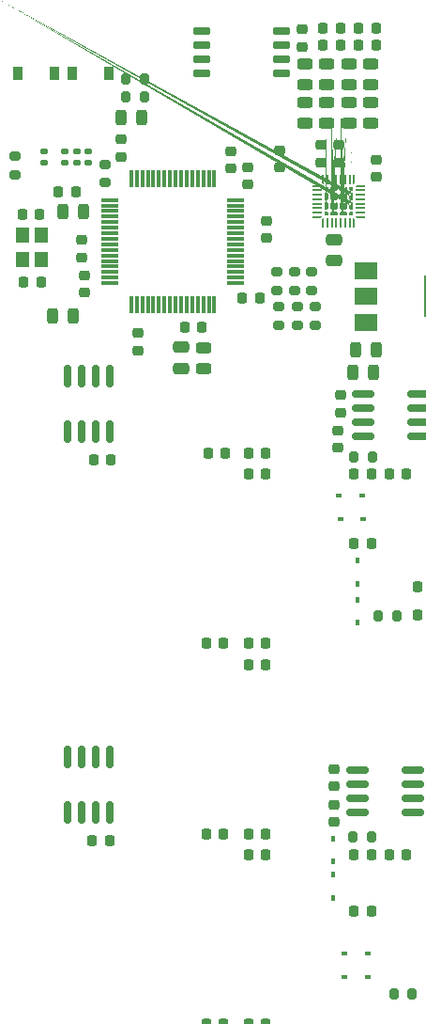
<source format=gbr>
G04 #@! TF.GenerationSoftware,KiCad,Pcbnew,6.0.6+dfsg-1*
G04 #@! TF.CreationDate,2022-10-02T17:16:31+02:00*
G04 #@! TF.ProjectId,demiurge,64656d69-7572-4676-952e-6b696361645f,G*
G04 #@! TF.SameCoordinates,Original*
G04 #@! TF.FileFunction,Paste,Top*
G04 #@! TF.FilePolarity,Positive*
%FSLAX46Y46*%
G04 Gerber Fmt 4.6, Leading zero omitted, Abs format (unit mm)*
G04 Created by KiCad (PCBNEW 6.0.6+dfsg-1) date 2022-10-02 17:16:31*
%MOMM*%
%LPD*%
G01*
G04 APERTURE LIST*
G04 Aperture macros list*
%AMRoundRect*
0 Rectangle with rounded corners*
0 $1 Rounding radius*
0 $2 $3 $4 $5 $6 $7 $8 $9 X,Y pos of 4 corners*
0 Add a 4 corners polygon primitive as box body*
4,1,4,$2,$3,$4,$5,$6,$7,$8,$9,$2,$3,0*
0 Add four circle primitives for the rounded corners*
1,1,$1+$1,$2,$3*
1,1,$1+$1,$4,$5*
1,1,$1+$1,$6,$7*
1,1,$1+$1,$8,$9*
0 Add four rect primitives between the rounded corners*
20,1,$1+$1,$2,$3,$4,$5,0*
20,1,$1+$1,$4,$5,$6,$7,0*
20,1,$1+$1,$6,$7,$8,$9,0*
20,1,$1+$1,$8,$9,$2,$3,0*%
%AMFreePoly0*
4,1,51,0.261329,0.186792,0.276492,0.186792,0.288760,0.177879,0.303181,0.173193,0.312094,0.160926,0.324361,0.152013,0.329047,0.137592,0.337960,0.125324,0.337960,0.110161,0.342646,0.095739,0.342646,0.002645,0.340259,-0.004702,0.341467,-0.012332,0.331288,-0.032309,0.324361,-0.053629,0.318113,-0.058169,0.314605,-0.065053,0.216219,-0.163437,0.209336,-0.166944,0.204796,-0.173193,
0.183473,-0.180121,0.163498,-0.190299,0.155869,-0.189091,0.148522,-0.191478,-0.148522,-0.191478,-0.155869,-0.189091,-0.163498,-0.190299,-0.183473,-0.180121,-0.204796,-0.173193,-0.209336,-0.166944,-0.216219,-0.163437,-0.314604,-0.065053,-0.318111,-0.058170,-0.324361,-0.053629,-0.331289,-0.032307,-0.341467,-0.012332,-0.340259,-0.004702,-0.342646,0.002645,-0.342646,0.095739,-0.337960,0.110161,
-0.337960,0.125324,-0.329047,0.137592,-0.324361,0.152013,-0.312094,0.160926,-0.303181,0.173193,-0.288760,0.177879,-0.276492,0.186792,-0.261329,0.186792,-0.246907,0.191478,0.246907,0.191478,0.261329,0.186792,0.261329,0.186792,$1*%
%AMFreePoly1*
4,1,48,0.110161,0.186792,0.125324,0.186792,0.137592,0.177879,0.152013,0.173193,0.160926,0.160926,0.173193,0.152013,0.177879,0.137592,0.186792,0.125324,0.186792,0.110161,0.191478,0.095739,0.191478,0.038978,0.189091,0.031631,0.190299,0.024002,0.180121,0.004027,0.173193,-0.017296,0.166944,-0.021836,0.163437,-0.028719,0.028720,-0.163437,0.021836,-0.166945,0.017296,-0.173193,
-0.004024,-0.180120,-0.024001,-0.190299,-0.031631,-0.189091,-0.038978,-0.191478,-0.095739,-0.191478,-0.110161,-0.186792,-0.125324,-0.186792,-0.137592,-0.177879,-0.152013,-0.173193,-0.160926,-0.160926,-0.173193,-0.152013,-0.177879,-0.137592,-0.186792,-0.125324,-0.186792,-0.110161,-0.191478,-0.095739,-0.191478,0.095739,-0.186792,0.110161,-0.186792,0.125324,-0.177879,0.137592,-0.173193,0.152013,
-0.160926,0.160926,-0.152013,0.173193,-0.137592,0.177879,-0.125324,0.186792,-0.110161,0.186792,-0.095739,0.191478,0.095739,0.191478,0.110161,0.186792,0.110161,0.186792,$1*%
%AMFreePoly2*
4,1,51,0.155869,0.189091,0.163498,0.190299,0.183473,0.180121,0.204796,0.173193,0.209336,0.166944,0.216219,0.163437,0.314605,0.065053,0.318113,0.058169,0.324361,0.053629,0.331288,0.032309,0.341467,0.012332,0.340259,0.004702,0.342646,-0.002645,0.342646,-0.095739,0.337960,-0.110161,0.337960,-0.125324,0.329047,-0.137592,0.324361,-0.152013,0.312094,-0.160926,0.303181,-0.173193,
0.288760,-0.177879,0.276492,-0.186792,0.261329,-0.186792,0.246907,-0.191478,-0.246907,-0.191478,-0.261329,-0.186792,-0.276492,-0.186792,-0.288760,-0.177879,-0.303181,-0.173193,-0.312094,-0.160926,-0.324361,-0.152013,-0.329047,-0.137592,-0.337960,-0.125324,-0.337960,-0.110161,-0.342646,-0.095739,-0.342646,-0.002645,-0.340259,0.004702,-0.341467,0.012332,-0.331289,0.032307,-0.324361,0.053629,
-0.318111,0.058170,-0.314604,0.065053,-0.216219,0.163437,-0.209336,0.166944,-0.204796,0.173193,-0.183473,0.180121,-0.163498,0.190299,-0.155869,0.189091,-0.148522,0.191478,0.148522,0.191478,0.155869,0.189091,0.155869,0.189091,$1*%
%AMFreePoly3*
4,1,57,0.195015,0.341746,0.197191,0.342329,0.200525,0.340774,0.218481,0.337608,0.232451,0.325886,0.248978,0.318179,0.318179,0.248978,0.321152,0.244733,0.323103,0.243606,0.324361,0.240149,0.334819,0.225214,0.336409,0.207049,0.342646,0.189911,0.342646,-0.189911,0.341746,-0.195015,0.342329,-0.197191,0.340774,-0.200525,0.337608,-0.218481,0.325886,-0.232451,0.318179,-0.248978,
0.248978,-0.318179,0.244733,-0.321152,0.243606,-0.323103,0.240149,-0.324361,0.225214,-0.334819,0.207049,-0.336409,0.189911,-0.342646,-0.189911,-0.342646,-0.195015,-0.341746,-0.197191,-0.342329,-0.200525,-0.340774,-0.218481,-0.337608,-0.232451,-0.325886,-0.248978,-0.318179,-0.318179,-0.248978,-0.321152,-0.244733,-0.323103,-0.243606,-0.324361,-0.240149,-0.334819,-0.225214,-0.336409,-0.207049,
-0.342646,-0.189911,-0.342646,0.189911,-0.341746,0.195015,-0.342329,0.197191,-0.340774,0.200525,-0.337608,0.218481,-0.325886,0.232451,-0.318179,0.248978,-0.248978,0.318179,-0.244733,0.321152,-0.243606,0.323103,-0.240149,0.324361,-0.225214,0.334819,-0.207049,0.336409,-0.189911,0.342646,0.189911,0.342646,0.195015,0.341746,0.195015,0.341746,$1*%
%AMFreePoly4*
4,1,51,0.110161,0.337960,0.125324,0.337960,0.137592,0.329047,0.152013,0.324361,0.160926,0.312094,0.173193,0.303181,0.177879,0.288760,0.186792,0.276492,0.186792,0.261329,0.191478,0.246907,0.191478,-0.246907,0.186792,-0.261329,0.186792,-0.276492,0.177879,-0.288760,0.173193,-0.303181,0.160926,-0.312094,0.152013,-0.324361,0.137592,-0.329047,0.125324,-0.337960,0.110161,-0.337960,
0.095739,-0.342646,0.002645,-0.342646,-0.004702,-0.340259,-0.012332,-0.341467,-0.032309,-0.331288,-0.053629,-0.324361,-0.058169,-0.318113,-0.065053,-0.314605,-0.163437,-0.216219,-0.166944,-0.209336,-0.173193,-0.204796,-0.180121,-0.183473,-0.190299,-0.163498,-0.189091,-0.155869,-0.191478,-0.148522,-0.191478,0.148522,-0.189091,0.155869,-0.190299,0.163498,-0.180121,0.183473,-0.173193,0.204796,
-0.166944,0.209336,-0.163437,0.216219,-0.065053,0.314605,-0.058169,0.318113,-0.053629,0.324361,-0.032309,0.331288,-0.012332,0.341467,-0.004702,0.340259,0.002645,0.342646,0.095739,0.342646,0.110161,0.337960,0.110161,0.337960,$1*%
%AMFreePoly5*
4,1,51,0.004702,0.340259,0.012332,0.341467,0.032307,0.331289,0.053629,0.324361,0.058170,0.318111,0.065053,0.314604,0.163437,0.216219,0.166944,0.209336,0.173193,0.204796,0.180121,0.183473,0.190299,0.163498,0.189091,0.155869,0.191478,0.148522,0.191478,-0.148522,0.189091,-0.155869,0.190299,-0.163498,0.180121,-0.183473,0.173193,-0.204796,0.166944,-0.209336,0.163437,-0.216219,
0.065053,-0.314604,0.058170,-0.318111,0.053629,-0.324361,0.032307,-0.331289,0.012332,-0.341467,0.004702,-0.340259,-0.002645,-0.342646,-0.095739,-0.342646,-0.110161,-0.337960,-0.125324,-0.337960,-0.137592,-0.329047,-0.152013,-0.324361,-0.160926,-0.312094,-0.173193,-0.303181,-0.177879,-0.288760,-0.186792,-0.276492,-0.186792,-0.261329,-0.191478,-0.246907,-0.191478,0.246907,-0.186792,0.261329,
-0.186792,0.276492,-0.177879,0.288760,-0.173193,0.303181,-0.160926,0.312094,-0.152013,0.324361,-0.137592,0.329047,-0.125324,0.337960,-0.110161,0.337960,-0.095739,0.342646,-0.002645,0.342646,0.004702,0.340259,0.004702,0.340259,$1*%
%AMFreePoly6*
4,1,48,-0.031631,0.189091,-0.024001,0.190299,-0.004024,0.180120,0.017296,0.173193,0.021836,0.166945,0.028720,0.163437,0.163437,0.028719,0.166944,0.021836,0.173193,0.017296,0.180121,-0.004027,0.190299,-0.024002,0.189091,-0.031631,0.191478,-0.038978,0.191478,-0.095739,0.186792,-0.110161,0.186792,-0.125324,0.177879,-0.137592,0.173193,-0.152013,0.160926,-0.160926,0.152013,-0.173193,
0.137592,-0.177879,0.125324,-0.186792,0.110161,-0.186792,0.095739,-0.191478,-0.095739,-0.191478,-0.110161,-0.186792,-0.125324,-0.186792,-0.137592,-0.177879,-0.152013,-0.173193,-0.160926,-0.160926,-0.173193,-0.152013,-0.177879,-0.137592,-0.186792,-0.125324,-0.186792,-0.110161,-0.191478,-0.095739,-0.191478,0.095739,-0.186792,0.110161,-0.186792,0.125324,-0.177879,0.137592,-0.173193,0.152013,
-0.160926,0.160926,-0.152013,0.173193,-0.137592,0.177879,-0.125324,0.186792,-0.110161,0.186792,-0.095739,0.191478,-0.038978,0.191478,-0.031631,0.189091,-0.031631,0.189091,$1*%
%AMFreePoly7*
4,1,48,0.110161,0.186792,0.125324,0.186792,0.137592,0.177879,0.152013,0.173193,0.160926,0.160926,0.173193,0.152013,0.177879,0.137592,0.186792,0.125324,0.186792,0.110161,0.191478,0.095739,0.191478,-0.095739,0.186792,-0.110161,0.186792,-0.125324,0.177879,-0.137592,0.173193,-0.152013,0.160926,-0.160926,0.152013,-0.173193,0.137592,-0.177879,0.125324,-0.186792,0.110161,-0.186792,
0.095739,-0.191478,-0.095739,-0.191478,-0.110161,-0.186792,-0.125324,-0.186792,-0.137592,-0.177879,-0.152013,-0.173193,-0.160926,-0.160926,-0.173193,-0.152013,-0.177879,-0.137592,-0.186792,-0.125324,-0.186792,-0.110161,-0.191478,-0.095739,-0.191478,-0.038978,-0.189091,-0.031631,-0.190299,-0.024001,-0.180120,-0.004024,-0.173193,0.017296,-0.166945,0.021836,-0.163437,0.028720,-0.028719,0.163437,
-0.021836,0.166944,-0.017296,0.173193,0.004027,0.180121,0.024002,0.190299,0.031631,0.189091,0.038978,0.191478,0.095739,0.191478,0.110161,0.186792,0.110161,0.186792,$1*%
%AMFreePoly8*
4,1,48,0.110161,0.186792,0.125324,0.186792,0.137592,0.177879,0.152013,0.173193,0.160926,0.160926,0.173193,0.152013,0.177879,0.137592,0.186792,0.125324,0.186792,0.110161,0.191478,0.095739,0.191478,-0.095739,0.186792,-0.110161,0.186792,-0.125324,0.177879,-0.137592,0.173193,-0.152013,0.160926,-0.160926,0.152013,-0.173193,0.137592,-0.177879,0.125324,-0.186792,0.110161,-0.186792,
0.095739,-0.191478,0.038978,-0.191478,0.031631,-0.189091,0.024002,-0.190299,0.004027,-0.180121,-0.017296,-0.173193,-0.021836,-0.166944,-0.028719,-0.163437,-0.163437,-0.028720,-0.166945,-0.021836,-0.173193,-0.017296,-0.180120,0.004024,-0.190299,0.024001,-0.189091,0.031631,-0.191478,0.038978,-0.191478,0.095739,-0.186792,0.110161,-0.186792,0.125324,-0.177879,0.137592,-0.173193,0.152013,
-0.160926,0.160926,-0.152013,0.173193,-0.137592,0.177879,-0.125324,0.186792,-0.110161,0.186792,-0.095739,0.191478,0.095739,0.191478,0.110161,0.186792,0.110161,0.186792,$1*%
%AMFreePoly9*
4,1,14,0.314644,0.085355,0.385355,0.014644,0.400000,-0.020711,0.400000,-0.050000,0.385355,-0.085355,0.350000,-0.100000,-0.350000,-0.100000,-0.385355,-0.085355,-0.400000,-0.050000,-0.400000,0.050000,-0.385355,0.085355,-0.350000,0.100000,0.279289,0.100000,0.314644,0.085355,0.314644,0.085355,$1*%
%AMFreePoly10*
4,1,14,0.385355,0.085355,0.400000,0.050000,0.400000,0.020711,0.385355,-0.014645,0.314644,-0.085355,0.279289,-0.100000,-0.350000,-0.100000,-0.385355,-0.085355,-0.400000,-0.050000,-0.400000,0.050000,-0.385355,0.085355,-0.350000,0.100000,0.350000,0.100000,0.385355,0.085355,0.385355,0.085355,$1*%
%AMFreePoly11*
4,1,14,0.085355,0.385355,0.100000,0.350000,0.100000,-0.350000,0.085355,-0.385355,0.050000,-0.400000,-0.050000,-0.400000,-0.085355,-0.385355,-0.100000,-0.350000,-0.100000,0.279289,-0.085355,0.314644,-0.014645,0.385355,0.020711,0.400000,0.050000,0.400000,0.085355,0.385355,0.085355,0.385355,$1*%
%AMFreePoly12*
4,1,14,0.014644,0.385355,0.085355,0.314644,0.100000,0.279289,0.100000,-0.350000,0.085355,-0.385355,0.050000,-0.400000,-0.050000,-0.400000,-0.085355,-0.385355,-0.100000,-0.350000,-0.100000,0.350000,-0.085355,0.385355,-0.050000,0.400000,-0.020711,0.400000,0.014644,0.385355,0.014644,0.385355,$1*%
%AMFreePoly13*
4,1,14,0.385355,0.085355,0.400000,0.050000,0.400000,-0.050000,0.385355,-0.085355,0.350000,-0.100000,-0.279289,-0.100000,-0.314645,-0.085355,-0.385355,-0.014644,-0.400000,0.020711,-0.400000,0.050000,-0.385355,0.085355,-0.350000,0.100000,0.350000,0.100000,0.385355,0.085355,0.385355,0.085355,$1*%
%AMFreePoly14*
4,1,14,0.385355,0.085355,0.400000,0.050000,0.400000,-0.050000,0.385355,-0.085355,0.350000,-0.100000,-0.350000,-0.100000,-0.385355,-0.085355,-0.400000,-0.050000,-0.400000,-0.020711,-0.385355,0.014644,-0.314645,0.085355,-0.279289,0.100000,0.350000,0.100000,0.385355,0.085355,0.385355,0.085355,$1*%
%AMFreePoly15*
4,1,14,0.085355,0.385355,0.100000,0.350000,0.100000,-0.279289,0.085355,-0.314645,0.014644,-0.385355,-0.020711,-0.400000,-0.050000,-0.400000,-0.085355,-0.385355,-0.100000,-0.350000,-0.100000,0.350000,-0.085355,0.385355,-0.050000,0.400000,0.050000,0.400000,0.085355,0.385355,0.085355,0.385355,$1*%
%AMFreePoly16*
4,1,14,0.085355,0.385355,0.100000,0.350000,0.100000,-0.350000,0.085355,-0.385355,0.050000,-0.400000,0.020711,-0.400000,-0.014645,-0.385355,-0.085355,-0.314644,-0.100000,-0.279289,-0.100000,0.350000,-0.085355,0.385355,-0.050000,0.400000,0.050000,0.400000,0.085355,0.385355,0.085355,0.385355,$1*%
G04 Aperture macros list end*
%ADD10RoundRect,0.218750X-0.256250X0.218750X-0.256250X-0.218750X0.256250X-0.218750X0.256250X0.218750X0*%
%ADD11RoundRect,0.218750X0.218750X0.256250X-0.218750X0.256250X-0.218750X-0.256250X0.218750X-0.256250X0*%
%ADD12RoundRect,0.218750X0.256250X-0.218750X0.256250X0.218750X-0.256250X0.218750X-0.256250X-0.218750X0*%
%ADD13R,2.000000X1.500000*%
%ADD14R,2.000000X3.800000*%
%ADD15RoundRect,0.218750X-0.218750X-0.256250X0.218750X-0.256250X0.218750X0.256250X-0.218750X0.256250X0*%
%ADD16RoundRect,0.150000X-0.825000X-0.150000X0.825000X-0.150000X0.825000X0.150000X-0.825000X0.150000X0*%
%ADD17RoundRect,0.243750X-0.456250X0.243750X-0.456250X-0.243750X0.456250X-0.243750X0.456250X0.243750X0*%
%ADD18RoundRect,0.243750X-0.243750X-0.456250X0.243750X-0.456250X0.243750X0.456250X-0.243750X0.456250X0*%
%ADD19RoundRect,0.243750X0.243750X0.456250X-0.243750X0.456250X-0.243750X-0.456250X0.243750X-0.456250X0*%
%ADD20R,0.650000X1.060000*%
%ADD21RoundRect,0.150000X-0.150000X0.825000X-0.150000X-0.825000X0.150000X-0.825000X0.150000X0.825000X0*%
%ADD22R,0.450000X0.700000*%
%ADD23RoundRect,0.075000X-0.700000X-0.075000X0.700000X-0.075000X0.700000X0.075000X-0.700000X0.075000X0*%
%ADD24RoundRect,0.075000X-0.075000X-0.700000X0.075000X-0.700000X0.075000X0.700000X-0.075000X0.700000X0*%
%ADD25FreePoly0,0.000000*%
%ADD26FreePoly1,0.000000*%
%ADD27FreePoly2,0.000000*%
%ADD28FreePoly3,0.000000*%
%ADD29FreePoly4,0.000000*%
%ADD30FreePoly5,0.000000*%
%ADD31FreePoly6,0.000000*%
%ADD32FreePoly7,0.000000*%
%ADD33FreePoly8,0.000000*%
%ADD34FreePoly9,0.000000*%
%ADD35RoundRect,0.050000X-0.350000X-0.050000X0.350000X-0.050000X0.350000X0.050000X-0.350000X0.050000X0*%
%ADD36FreePoly10,0.000000*%
%ADD37FreePoly11,0.000000*%
%ADD38RoundRect,0.050000X-0.050000X-0.350000X0.050000X-0.350000X0.050000X0.350000X-0.050000X0.350000X0*%
%ADD39FreePoly12,0.000000*%
%ADD40FreePoly13,0.000000*%
%ADD41FreePoly14,0.000000*%
%ADD42FreePoly15,0.000000*%
%ADD43FreePoly16,0.000000*%
%ADD44R,0.900000X1.200000*%
%ADD45RoundRect,0.147500X-0.172500X0.147500X-0.172500X-0.147500X0.172500X-0.147500X0.172500X0.147500X0*%
%ADD46R,1.200000X1.400000*%
%ADD47R,0.450000X0.600000*%
%ADD48RoundRect,0.225000X0.250000X-0.225000X0.250000X0.225000X-0.250000X0.225000X-0.250000X-0.225000X0*%
%ADD49RoundRect,0.225000X-0.250000X0.225000X-0.250000X-0.225000X0.250000X-0.225000X0.250000X0.225000X0*%
%ADD50RoundRect,0.200000X0.275000X-0.200000X0.275000X0.200000X-0.275000X0.200000X-0.275000X-0.200000X0*%
%ADD51RoundRect,0.200000X0.200000X0.275000X-0.200000X0.275000X-0.200000X-0.275000X0.200000X-0.275000X0*%
%ADD52RoundRect,0.225000X0.225000X0.250000X-0.225000X0.250000X-0.225000X-0.250000X0.225000X-0.250000X0*%
%ADD53RoundRect,0.150000X-0.650000X-0.150000X0.650000X-0.150000X0.650000X0.150000X-0.650000X0.150000X0*%
%ADD54RoundRect,0.200000X-0.200000X-0.275000X0.200000X-0.275000X0.200000X0.275000X-0.200000X0.275000X0*%
%ADD55R,0.600000X0.450000*%
%ADD56RoundRect,0.200000X-0.275000X0.200000X-0.275000X-0.200000X0.275000X-0.200000X0.275000X0.200000X0*%
%ADD57RoundRect,0.250000X0.475000X-0.250000X0.475000X0.250000X-0.475000X0.250000X-0.475000X-0.250000X0*%
%ADD58RoundRect,0.250000X-0.475000X0.250000X-0.475000X-0.250000X0.475000X-0.250000X0.475000X0.250000X0*%
G04 APERTURE END LIST*
D10*
X83439000Y-74142500D03*
X83439000Y-75717500D03*
D11*
X96190000Y-90170000D03*
X94615000Y-90170000D03*
X96037500Y-107315000D03*
X94462500Y-107315000D03*
X96037500Y-141605000D03*
X94462500Y-141605000D03*
X99847500Y-107315000D03*
X98272500Y-107315000D03*
X99847500Y-109220000D03*
X98272500Y-109220000D03*
X99847500Y-124460000D03*
X98272500Y-124460000D03*
X99847500Y-126365000D03*
X98272500Y-126365000D03*
X109372500Y-98300000D03*
X107797500Y-98300000D03*
X99847500Y-141605000D03*
X98272500Y-141605000D03*
X99847500Y-143510000D03*
X98272500Y-143510000D03*
D10*
X106553000Y-84937500D03*
X106553000Y-86512500D03*
D12*
X91440000Y-151282500D03*
X91440000Y-149707500D03*
X91440000Y-159537500D03*
X91440000Y-157962500D03*
D10*
X93345000Y-157962500D03*
X93345000Y-159537500D03*
X91440000Y-153517500D03*
X91440000Y-155092500D03*
D13*
X108864000Y-73773000D03*
D14*
X115164000Y-76073000D03*
D13*
X108864000Y-76073000D03*
X108864000Y-78373000D03*
D11*
X109772500Y-51876000D03*
X108197500Y-51876000D03*
X106587500Y-51876000D03*
X105012500Y-51876000D03*
D15*
X105012500Y-53400000D03*
X106587500Y-53400000D03*
X108197500Y-53400000D03*
X109772500Y-53400000D03*
D16*
X108125000Y-118745000D03*
X108125000Y-120015000D03*
X108125000Y-121285000D03*
X108125000Y-122555000D03*
X113075000Y-122555000D03*
X113075000Y-121285000D03*
X113075000Y-120015000D03*
X113075000Y-118745000D03*
D17*
X94250000Y-80662500D03*
X94250000Y-82537500D03*
D11*
X112547500Y-92075000D03*
X110972500Y-92075000D03*
D18*
X107901500Y-80899000D03*
X109776500Y-80899000D03*
D17*
X109290000Y-55142500D03*
X109290000Y-57017500D03*
X107315000Y-58600100D03*
X107315000Y-60475100D03*
X107310000Y-55142500D03*
X107310000Y-57017500D03*
X109296200Y-58600100D03*
X109296200Y-60475100D03*
X103352600Y-58600100D03*
X103352600Y-60475100D03*
D15*
X97688300Y-76225400D03*
X99263300Y-76225400D03*
D12*
X87630000Y-155092500D03*
X87630000Y-153517500D03*
X77724000Y-148107500D03*
X77724000Y-146532500D03*
D10*
X77724000Y-154152500D03*
X77724000Y-155727500D03*
D12*
X105410000Y-151282500D03*
X105410000Y-149707500D03*
X89535000Y-151282500D03*
X89535000Y-149707500D03*
D11*
X109372500Y-92075000D03*
X107797500Y-92075000D03*
X115087500Y-104775000D03*
X113512500Y-104775000D03*
X115087500Y-102235000D03*
X113512500Y-102235000D03*
X109372500Y-126365000D03*
X107797500Y-126365000D03*
D10*
X106000000Y-121812500D03*
X106000000Y-123387500D03*
X115200000Y-123512500D03*
X115200000Y-125087500D03*
X106000000Y-118612500D03*
X106000000Y-120187500D03*
X115200000Y-119912500D03*
X115200000Y-121487500D03*
D11*
X99847500Y-92075000D03*
X98272500Y-92075000D03*
X112547500Y-126365000D03*
X110972500Y-126365000D03*
X82702500Y-66675000D03*
X81127500Y-66675000D03*
X99847500Y-90170000D03*
X98272500Y-90170000D03*
D10*
X106300000Y-88112500D03*
X106300000Y-89687500D03*
D16*
X95950000Y-152400000D03*
X95950000Y-153670000D03*
X95950000Y-154940000D03*
X95950000Y-156210000D03*
X100900000Y-156210000D03*
X100900000Y-154940000D03*
X100900000Y-153670000D03*
X100900000Y-152400000D03*
D17*
X105333800Y-58600100D03*
X105333800Y-60475100D03*
X105340000Y-55142500D03*
X105340000Y-57017500D03*
D10*
X105410000Y-153517500D03*
X105410000Y-155092500D03*
X89535000Y-153517500D03*
X89535000Y-155092500D03*
D11*
X100482500Y-149860000D03*
X98907500Y-149860000D03*
D16*
X80075000Y-152400000D03*
X80075000Y-153670000D03*
X80075000Y-154940000D03*
X80075000Y-156210000D03*
X85025000Y-156210000D03*
X85025000Y-154940000D03*
X85025000Y-153670000D03*
X85025000Y-152400000D03*
D18*
X107647500Y-82931000D03*
X109522500Y-82931000D03*
X80596500Y-77825600D03*
X82471500Y-77825600D03*
D11*
X96037500Y-124460000D03*
X94462500Y-124460000D03*
D18*
X86743300Y-59969400D03*
X88618300Y-59969400D03*
D19*
X83360500Y-68453000D03*
X81485500Y-68453000D03*
D12*
X84150000Y-159537500D03*
X84150000Y-157962500D03*
X99060000Y-159537500D03*
X99060000Y-157962500D03*
X103505000Y-155092500D03*
X103505000Y-153517500D03*
D16*
X108650000Y-84836000D03*
X108650000Y-86106000D03*
X108650000Y-87376000D03*
X108650000Y-88646000D03*
X113600000Y-88646000D03*
X113600000Y-87376000D03*
X113600000Y-86106000D03*
X113600000Y-84836000D03*
D17*
X103350000Y-55142500D03*
X103350000Y-57017500D03*
D11*
X109372500Y-131445000D03*
X107797500Y-131445000D03*
D20*
X110805000Y-152570000D03*
X109855000Y-152570000D03*
X108905000Y-152570000D03*
X108905000Y-154770000D03*
X109855000Y-154770000D03*
X110805000Y-154770000D03*
D21*
X85725000Y-117540000D03*
X84455000Y-117540000D03*
X83185000Y-117540000D03*
X81915000Y-117540000D03*
X81915000Y-122490000D03*
X83185000Y-122490000D03*
X84455000Y-122490000D03*
X85725000Y-122490000D03*
D11*
X85877500Y-90805000D03*
X84302500Y-90805000D03*
X85725000Y-125095000D03*
X84150000Y-125095000D03*
D10*
X77724000Y-157962500D03*
X77724000Y-159537500D03*
X79375000Y-157962500D03*
X79375000Y-159537500D03*
D12*
X108585000Y-159537500D03*
X108585000Y-157962500D03*
D22*
X114315000Y-152670000D03*
X113015000Y-152670000D03*
X113665000Y-154670000D03*
D11*
X85242500Y-149860000D03*
X83667500Y-149860000D03*
D23*
X85765000Y-67370000D03*
X85765000Y-67870000D03*
X85765000Y-68370000D03*
X85765000Y-68870000D03*
X85765000Y-69370000D03*
X85765000Y-69870000D03*
X85765000Y-70370000D03*
X85765000Y-70870000D03*
X85765000Y-71370000D03*
X85765000Y-71870000D03*
X85765000Y-72370000D03*
X85765000Y-72870000D03*
X85765000Y-73370000D03*
X85765000Y-73870000D03*
X85765000Y-74370000D03*
X85765000Y-74870000D03*
D24*
X87690000Y-76795000D03*
X88190000Y-76795000D03*
X88690000Y-76795000D03*
X89190000Y-76795000D03*
X89690000Y-76795000D03*
X90190000Y-76795000D03*
X90690000Y-76795000D03*
X91190000Y-76795000D03*
X91690000Y-76795000D03*
X92190000Y-76795000D03*
X92690000Y-76795000D03*
X93190000Y-76795000D03*
X93690000Y-76795000D03*
X94190000Y-76795000D03*
X94690000Y-76795000D03*
X95190000Y-76795000D03*
D23*
X97115000Y-74870000D03*
X97115000Y-74370000D03*
X97115000Y-73870000D03*
X97115000Y-73370000D03*
X97115000Y-72870000D03*
X97115000Y-72370000D03*
X97115000Y-71870000D03*
X97115000Y-71370000D03*
X97115000Y-70870000D03*
X97115000Y-70370000D03*
X97115000Y-69870000D03*
X97115000Y-69370000D03*
X97115000Y-68870000D03*
X97115000Y-68370000D03*
X97115000Y-67870000D03*
X97115000Y-67370000D03*
D24*
X95190000Y-65445000D03*
X94690000Y-65445000D03*
X94190000Y-65445000D03*
X93690000Y-65445000D03*
X93190000Y-65445000D03*
X92690000Y-65445000D03*
X92190000Y-65445000D03*
X91690000Y-65445000D03*
X91190000Y-65445000D03*
X90690000Y-65445000D03*
X90190000Y-65445000D03*
X89690000Y-65445000D03*
X89190000Y-65445000D03*
X88690000Y-65445000D03*
X88190000Y-65445000D03*
X87690000Y-65445000D03*
D25*
X106825000Y-66412500D03*
D26*
X105312500Y-66412500D03*
D27*
X106825000Y-68587500D03*
D28*
X106825000Y-67075000D03*
D29*
X107487500Y-67925000D03*
D28*
X105975000Y-67075000D03*
D30*
X105312500Y-67925000D03*
D25*
X105975000Y-66412500D03*
D28*
X106825000Y-67925000D03*
D30*
X105312500Y-67075000D03*
D31*
X105312500Y-68587500D03*
D27*
X105975000Y-68587500D03*
D32*
X107487500Y-68587500D03*
D29*
X107487500Y-67075000D03*
D33*
X107487500Y-66412500D03*
D28*
X105975000Y-67925000D03*
D34*
X104450000Y-66100000D03*
D35*
X104450000Y-66500000D03*
X104450000Y-66900000D03*
X104450000Y-67300000D03*
X104450000Y-67700000D03*
X104450000Y-68100000D03*
X104450000Y-68500000D03*
D36*
X104450000Y-68900000D03*
D37*
X105000000Y-69450000D03*
D38*
X105400000Y-69450000D03*
X105800000Y-69450000D03*
X106200000Y-69450000D03*
X106600000Y-69450000D03*
X107000000Y-69450000D03*
X107400000Y-69450000D03*
D39*
X107800000Y-69450000D03*
D40*
X108350000Y-68900000D03*
D35*
X108350000Y-68500000D03*
X108350000Y-68100000D03*
X108350000Y-67700000D03*
X108350000Y-67300000D03*
X108350000Y-66900000D03*
X108350000Y-66500000D03*
D41*
X108350000Y-66100000D03*
D42*
X107800000Y-65550000D03*
D38*
X107400000Y-65550000D03*
X107000000Y-65550000D03*
X106600000Y-65550000D03*
X106200000Y-65550000D03*
X105800000Y-65550000D03*
X105400000Y-65550000D03*
D43*
X105000000Y-65550000D03*
D21*
X85725000Y-83250000D03*
X84455000Y-83250000D03*
X83185000Y-83250000D03*
X81915000Y-83250000D03*
X81915000Y-88200000D03*
X83185000Y-88200000D03*
X84455000Y-88200000D03*
X85725000Y-88200000D03*
D10*
X88265000Y-79349500D03*
X88265000Y-80924500D03*
X83185000Y-70967500D03*
X83185000Y-72542500D03*
D44*
X85650000Y-56000000D03*
X82350000Y-56000000D03*
D45*
X82750000Y-63015000D03*
X82750000Y-63985000D03*
X81700000Y-63015000D03*
X81700000Y-63985000D03*
X83820000Y-63015000D03*
X83820000Y-63985000D03*
X79800000Y-63015000D03*
X79800000Y-63985000D03*
D15*
X77870089Y-68669011D03*
X79445089Y-68669011D03*
X77971689Y-74739611D03*
X79546689Y-74739611D03*
D46*
X77883789Y-70566211D03*
X77883789Y-72766211D03*
X79583789Y-72766211D03*
X79583789Y-70566211D03*
D47*
X108100000Y-99850000D03*
X108100000Y-101950000D03*
D48*
X98200000Y-65975000D03*
X98200000Y-64425000D03*
D49*
X104800000Y-62425000D03*
X104800000Y-63975000D03*
D50*
X102700000Y-78625000D03*
X102700000Y-76975000D03*
D51*
X113025000Y-138900000D03*
X111375000Y-138900000D03*
D52*
X94075000Y-78800000D03*
X92525000Y-78800000D03*
D47*
X105900000Y-130250000D03*
X105900000Y-128150000D03*
D51*
X111625000Y-104800000D03*
X109975000Y-104800000D03*
D48*
X109800000Y-65275000D03*
X109800000Y-63725000D03*
D53*
X94090000Y-52165000D03*
X94090000Y-53435000D03*
X94090000Y-54705000D03*
X94090000Y-55975000D03*
X101290000Y-55975000D03*
X101290000Y-54705000D03*
X101290000Y-53435000D03*
X101290000Y-52165000D03*
D54*
X107700000Y-124700000D03*
X109350000Y-124700000D03*
D55*
X109050000Y-137300000D03*
X106950000Y-137300000D03*
D51*
X88875000Y-58100000D03*
X87225000Y-58100000D03*
D56*
X85300000Y-64173600D03*
X85300000Y-65823600D03*
D49*
X101041200Y-62877400D03*
X101041200Y-64427400D03*
D50*
X100800000Y-75525000D03*
X100800000Y-73875000D03*
D51*
X88875000Y-56500000D03*
X87225000Y-56500000D03*
D50*
X102400000Y-75525000D03*
X102400000Y-73875000D03*
D48*
X106400000Y-63975000D03*
X106400000Y-62425000D03*
D57*
X106000000Y-72850000D03*
X106000000Y-70950000D03*
D48*
X86800000Y-63475000D03*
X86800000Y-61925000D03*
X96700000Y-64554400D03*
X96700000Y-63004400D03*
D50*
X104300000Y-78625000D03*
X104300000Y-76975000D03*
X101000000Y-78625000D03*
X101000000Y-76975000D03*
D55*
X106450000Y-94000000D03*
X108550000Y-94000000D03*
D54*
X107775000Y-90500000D03*
X109425000Y-90500000D03*
D50*
X77241400Y-65112400D03*
X77241400Y-63462400D03*
D47*
X105900000Y-124850000D03*
X105900000Y-126950000D03*
D49*
X103100000Y-52025000D03*
X103100000Y-53575000D03*
D50*
X104000000Y-75525000D03*
X104000000Y-73875000D03*
D47*
X108100000Y-105450000D03*
X108100000Y-103350000D03*
D49*
X99900000Y-69225000D03*
X99900000Y-70775000D03*
D44*
X80750000Y-56000000D03*
X77450000Y-56000000D03*
D55*
X106550000Y-96100000D03*
X108650000Y-96100000D03*
D58*
X92200000Y-80650000D03*
X92200000Y-82550000D03*
D55*
X109050000Y-135200000D03*
X106950000Y-135200000D03*
M02*

</source>
